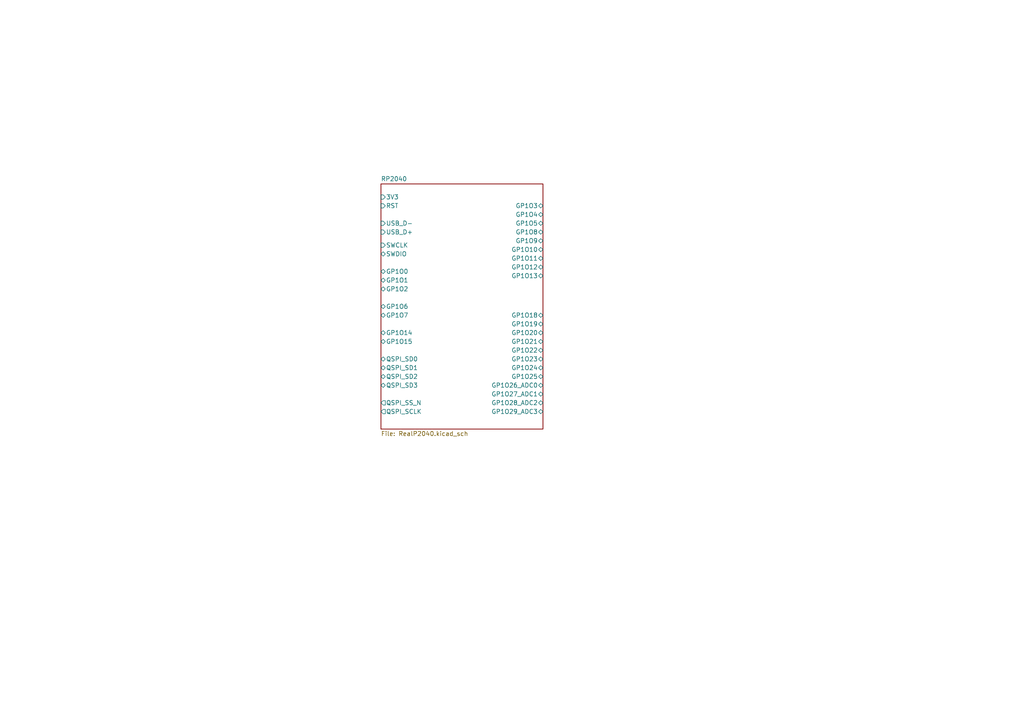
<source format=kicad_sch>
(kicad_sch (version 20230121) (generator eeschema)
  (paper "A4")
  (lib_symbols)
  (sheet (at 110.49 53.34) (size 46.99 71.12) (stroke (width 0.1524))
    (property "Sheetname" "RP2040" (at 110.49 52.6284 0) (effects (justify left bottom)))
    (property "Sheetfile" "RealP2040.kicad_sch" (at 110.49 125.0446 0) (effects (justify left top)))
    (pin "SWCLK" input (at 110.49 71.12 180))
    (pin "SWDIO" bidirectional (at 110.49 73.66 180))
    (pin "GP1O0" bidirectional (at 110.49 78.74 180))
    (pin "GP1O1" bidirectional (at 110.49 81.28 180))
    (pin "GP1O2" bidirectional (at 110.49 83.82 180))
    (pin "3V3" input (at 110.49 57.15 180))
    (pin "RST" input (at 110.49 59.69 180))
    (pin "USB_D+" input (at 110.49 67.31 180))
    (pin "USB_D-" input (at 110.49 64.77 180))
    (pin "GP1O19" bidirectional (at 157.48 93.98 0))
    (pin "GP1O20" bidirectional (at 157.48 96.52 0))
    (pin "GP1O21" bidirectional (at 157.48 99.06 0))
    (pin "GP1O18" bidirectional (at 157.48 91.44 0))
    (pin "GP1O15" bidirectional (at 110.49 99.06 180))
    (pin "GP1O13" bidirectional (at 157.48 80.01 0))
    (pin "GP1O14" bidirectional (at 110.49 96.52 180))
    (pin "GP1O12" bidirectional (at 157.48 77.47 0))
    (pin "GP1O11" bidirectional (at 157.48 74.93 0))
    (pin "GP1O10" bidirectional (at 157.48 72.39 0))
    (pin "GP1O5" tri_state (at 157.48 64.77 0))
    (pin "GP1O7" tri_state (at 110.49 91.44 180))
    (pin "GP1O3" tri_state (at 157.48 59.69 0))
    (pin "GP1O6" tri_state (at 110.49 88.9 180))
    (pin "GP1O4" tri_state (at 157.48 62.23 0))
    (pin "GP1O8" tri_state (at 157.48 67.31 0))
    (pin "GP1O9" tri_state (at 157.48 69.85 0))
    (pin "GP1O23" bidirectional (at 157.48 104.14 0))
    (pin "GP1O22" bidirectional (at 157.48 101.6 0))
    (pin "GP1O24" bidirectional (at 157.48 106.68 0))
    (pin "GP1O25" bidirectional (at 157.48 109.22 0))
    (pin "QSPI_SD0" bidirectional (at 110.49 104.14 180))
    (pin "QSPI_SD1" bidirectional (at 110.49 106.68 180))
    (pin "QSPI_SS_N" output (at 110.49 116.84 180))
    (pin "QSPI_SD3" bidirectional (at 110.49 111.76 180))
    (pin "QSPI_SD2" bidirectional (at 110.49 109.22 180))
    (pin "QSPI_SCLK" output (at 110.49 119.38 180))
    (pin "GP1O27_ADC1" bidirectional (at 157.48 114.3 0))
    (pin "GP1O26_ADC0" bidirectional (at 157.48 111.76 0))
    (pin "GP1O28_ADC2" bidirectional (at 157.48 116.84 0))
    (pin "GP1O29_ADC3" bidirectional (at 157.48 119.38 0))
  )
)
</source>
